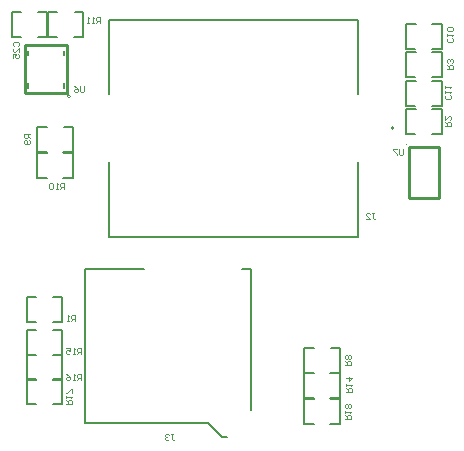
<source format=gbo>
G04 Layer_Color=32896*
%FSLAX25Y25*%
%MOIN*%
G70*
G01*
G75*
%ADD28C,0.00600*%
%ADD29C,0.01000*%
%ADD49C,0.00394*%
%ADD50C,0.00787*%
%ADD51C,0.00500*%
%ADD52C,0.00300*%
D28*
X128300Y110000D02*
G03*
X128300Y110000I-300J0D01*
G01*
X9756Y148634D02*
X12905D01*
X9756Y140366D02*
X12905D01*
X1094D02*
X4047D01*
X1094Y148634D02*
X4244D01*
X12905Y140366D02*
Y148634D01*
X1094Y140366D02*
Y148634D01*
X110406Y11366D02*
Y19634D01*
X98594Y11366D02*
Y19634D01*
X107256Y11366D02*
X110406D01*
X107453Y19634D02*
X110406D01*
X98594D02*
X101744D01*
X98594Y11366D02*
X101744D01*
X6095Y17866D02*
Y26134D01*
X17906Y17866D02*
Y26134D01*
X6095D02*
X9244D01*
X6095Y17866D02*
X9047D01*
X14756D02*
X17906D01*
X14756Y26134D02*
X17906D01*
X6095Y25866D02*
Y34134D01*
X17906Y25866D02*
Y34134D01*
X6095D02*
X9244D01*
X6095Y25866D02*
X9047D01*
X14756D02*
X17906D01*
X14756Y34134D02*
X17906D01*
X6095Y34366D02*
Y42634D01*
X17906Y34366D02*
Y42634D01*
X6095D02*
X9244D01*
X6095Y34366D02*
X9047D01*
X14756D02*
X17906D01*
X14756Y42634D02*
X17906D01*
X110406Y19866D02*
Y28134D01*
X98594Y19866D02*
Y28134D01*
X107256Y19866D02*
X110406D01*
X107453Y28134D02*
X110406D01*
X98594D02*
X101744D01*
X98594Y19866D02*
X101744D01*
X24905Y140366D02*
Y148634D01*
X13094Y140366D02*
Y148634D01*
X21756Y140366D02*
X24905D01*
X21953Y148634D02*
X24905D01*
X13094D02*
X16244D01*
X13094Y140366D02*
X16244D01*
X21406Y93366D02*
Y101634D01*
X9595Y93366D02*
Y101634D01*
X18256Y93366D02*
X21406D01*
X18453Y101634D02*
X21406D01*
X9595D02*
X12744D01*
X9595Y93366D02*
X12744D01*
X21406Y101866D02*
Y110134D01*
X9595Y101866D02*
Y110134D01*
X18256Y101866D02*
X21406D01*
X18453Y110134D02*
X21406D01*
X9595D02*
X12744D01*
X9595Y101866D02*
X12744D01*
X110406Y28366D02*
Y36634D01*
X98594Y28366D02*
Y36634D01*
X107256Y28366D02*
X110406D01*
X107453Y36634D02*
X110406D01*
X98594D02*
X101744D01*
X98594Y28366D02*
X101744D01*
X132595Y126866D02*
Y135134D01*
X144405Y126866D02*
Y135134D01*
X132595D02*
X135744D01*
X132595Y126866D02*
X135547D01*
X141256D02*
X144405D01*
X141256Y135134D02*
X144405D01*
X132595Y107866D02*
Y116134D01*
X144405Y107866D02*
Y116134D01*
X132595D02*
X135744D01*
X132595Y107866D02*
X135547D01*
X141256D02*
X144405D01*
X141256Y116134D02*
X144405D01*
X6095Y45366D02*
Y53634D01*
X17906Y45366D02*
Y53634D01*
X6095D02*
X9244D01*
X6095Y45366D02*
X9047D01*
X14756D02*
X17906D01*
X14756Y53634D02*
X17906D01*
X33500Y121310D02*
Y146000D01*
X116500Y73500D02*
Y98690D01*
Y121310D02*
Y146000D01*
X33500D02*
X116500D01*
X33500Y73500D02*
Y98690D01*
Y73500D02*
X116500D01*
X141256Y125634D02*
X144405D01*
X141256Y117366D02*
X144405D01*
X132595D02*
X135547D01*
X132595Y125634D02*
X135744D01*
X144405Y117366D02*
Y125634D01*
X132595Y117366D02*
Y125634D01*
X141256Y144634D02*
X144405D01*
X141256Y136366D02*
X144405D01*
X132595D02*
X135547D01*
X132595Y144634D02*
X135744D01*
X144405Y136366D02*
Y144634D01*
X132595Y136366D02*
Y144634D01*
D29*
X133500Y103500D02*
X143500D01*
X133500Y86500D02*
Y103500D01*
Y86500D02*
X143500D01*
Y103500D01*
X5500Y121500D02*
X19500D01*
X5500D02*
Y137500D01*
X19500D01*
Y121500D02*
Y137500D01*
D49*
X132697Y104500D02*
G03*
X132697Y104500I-197J0D01*
G01*
X20512Y120500D02*
G03*
X20512Y120500I-512J0D01*
G01*
D50*
X6398Y134126D02*
Y135602D01*
Y123398D02*
Y124874D01*
X18602Y134126D02*
Y135602D01*
Y123398D02*
Y124874D01*
X6398Y135602D02*
X6496D01*
X18504D02*
X18602D01*
X6398Y123398D02*
X6496D01*
X18504D02*
X18602D01*
D51*
X80705Y15813D02*
Y62913D01*
X77752D02*
X80705D01*
X25587D02*
X45272D01*
X25587Y11732D02*
Y62913D01*
X71205Y6813D02*
X72805D01*
X69805Y8213D02*
X71205Y6813D01*
X66286Y11732D02*
X69805Y8213D01*
X25587Y11732D02*
X66286D01*
D52*
X1834Y137167D02*
X1501Y137500D01*
Y138167D01*
X1834Y138500D01*
X3167D01*
X3500Y138167D01*
Y137500D01*
X3167Y137167D01*
X3500Y135168D02*
Y136501D01*
X2167Y135168D01*
X1834D01*
X1501Y135501D01*
Y136167D01*
X1834Y136501D01*
X1501Y133168D02*
Y134501D01*
X2500D01*
X2167Y133835D01*
Y133502D01*
X2500Y133168D01*
X3167D01*
X3500Y133502D01*
Y134168D01*
X3167Y134501D01*
X54167Y7999D02*
X54834D01*
X54500D01*
Y6333D01*
X54834Y6000D01*
X55167D01*
X55500Y6333D01*
X53501Y7666D02*
X53167Y7999D01*
X52501D01*
X52168Y7666D01*
Y7333D01*
X52501Y7000D01*
X52834D01*
X52501D01*
X52168Y6667D01*
Y6333D01*
X52501Y6000D01*
X53167D01*
X53501Y6333D01*
X131500Y102999D02*
Y101333D01*
X131167Y101000D01*
X130500D01*
X130167Y101333D01*
Y102999D01*
X129501D02*
X128168D01*
Y102666D01*
X129501Y101333D01*
Y101000D01*
X25000Y123999D02*
Y122333D01*
X24667Y122000D01*
X24000D01*
X23667Y122333D01*
Y123999D01*
X21668D02*
X22334Y123666D01*
X23001Y123000D01*
Y122333D01*
X22667Y122000D01*
X22001D01*
X21668Y122333D01*
Y122667D01*
X22001Y123000D01*
X23001D01*
X112000Y13000D02*
X113999D01*
Y14000D01*
X113666Y14333D01*
X113000D01*
X112666Y14000D01*
Y13000D01*
Y13667D02*
X112000Y14333D01*
Y14999D02*
Y15666D01*
Y15333D01*
X113999D01*
X113666Y14999D01*
Y16666D02*
X113999Y16999D01*
Y17665D01*
X113666Y17998D01*
X113333D01*
X113000Y17665D01*
X112666Y17998D01*
X112333D01*
X112000Y17665D01*
Y16999D01*
X112333Y16666D01*
X112666D01*
X113000Y16999D01*
X113333Y16666D01*
X113666D01*
X113000Y16999D02*
Y17665D01*
X19000Y18000D02*
X20999D01*
Y19000D01*
X20666Y19333D01*
X20000D01*
X19667Y19000D01*
Y18000D01*
Y18666D02*
X19000Y19333D01*
Y19999D02*
Y20666D01*
Y20333D01*
X20999D01*
X20666Y19999D01*
X20999Y21666D02*
Y22998D01*
X20666D01*
X19333Y21666D01*
X19000D01*
X24000Y26000D02*
Y27999D01*
X23000D01*
X22667Y27666D01*
Y27000D01*
X23000Y26666D01*
X24000D01*
X23334D02*
X22667Y26000D01*
X22001D02*
X21334D01*
X21667D01*
Y27999D01*
X22001Y27666D01*
X19002Y27999D02*
X19668Y27666D01*
X20335Y27000D01*
Y26333D01*
X20001Y26000D01*
X19335D01*
X19002Y26333D01*
Y26666D01*
X19335Y27000D01*
X20335D01*
X24000Y34500D02*
Y36499D01*
X23000D01*
X22667Y36166D01*
Y35500D01*
X23000Y35166D01*
X24000D01*
X23334D02*
X22667Y34500D01*
X22001D02*
X21334D01*
X21667D01*
Y36499D01*
X22001Y36166D01*
X19002Y36499D02*
X20335D01*
Y35500D01*
X19668Y35833D01*
X19335D01*
X19002Y35500D01*
Y34833D01*
X19335Y34500D01*
X20001D01*
X20335Y34833D01*
X112500Y22000D02*
X114499D01*
Y23000D01*
X114166Y23333D01*
X113500D01*
X113166Y23000D01*
Y22000D01*
Y22667D02*
X112500Y23333D01*
Y23999D02*
Y24666D01*
Y24333D01*
X114499D01*
X114166Y23999D01*
X112500Y26665D02*
X114499D01*
X113500Y25666D01*
Y26998D01*
X30500Y145000D02*
Y146999D01*
X29500D01*
X29167Y146666D01*
Y146000D01*
X29500Y145667D01*
X30500D01*
X29834D02*
X29167Y145000D01*
X28501D02*
X27834D01*
X28167D01*
Y146999D01*
X28501Y146666D01*
X26834Y145000D02*
X26168D01*
X26501D01*
Y146999D01*
X26834Y146666D01*
X18500Y89500D02*
Y91499D01*
X17500D01*
X17167Y91166D01*
Y90500D01*
X17500Y90166D01*
X18500D01*
X17833D02*
X17167Y89500D01*
X16501D02*
X15834D01*
X16167D01*
Y91499D01*
X16501Y91166D01*
X14834D02*
X14501Y91499D01*
X13835D01*
X13502Y91166D01*
Y89833D01*
X13835Y89500D01*
X14501D01*
X14834Y89833D01*
Y91166D01*
X7000Y108000D02*
X5001D01*
Y107000D01*
X5334Y106667D01*
X6000D01*
X6334Y107000D01*
Y108000D01*
Y107334D02*
X7000Y106667D01*
X6667Y106001D02*
X7000Y105667D01*
Y105001D01*
X6667Y104668D01*
X5334D01*
X5001Y105001D01*
Y105667D01*
X5334Y106001D01*
X5667D01*
X6000Y105667D01*
Y104668D01*
X112000Y31000D02*
X113999D01*
Y32000D01*
X113666Y32333D01*
X113000D01*
X112666Y32000D01*
Y31000D01*
Y31666D02*
X112000Y32333D01*
X113666Y32999D02*
X113999Y33333D01*
Y33999D01*
X113666Y34332D01*
X113333D01*
X113000Y33999D01*
X112666Y34332D01*
X112333D01*
X112000Y33999D01*
Y33333D01*
X112333Y32999D01*
X112666D01*
X113000Y33333D01*
X113333Y32999D01*
X113666D01*
X113000Y33333D02*
Y33999D01*
X146000Y129500D02*
X147999D01*
Y130500D01*
X147666Y130833D01*
X147000D01*
X146667Y130500D01*
Y129500D01*
Y130166D02*
X146000Y130833D01*
X147666Y131499D02*
X147999Y131833D01*
Y132499D01*
X147666Y132832D01*
X147333D01*
X147000Y132499D01*
Y132166D01*
Y132499D01*
X146667Y132832D01*
X146333D01*
X146000Y132499D01*
Y131833D01*
X146333Y131499D01*
X145500Y110500D02*
X147499D01*
Y111500D01*
X147166Y111833D01*
X146500D01*
X146167Y111500D01*
Y110500D01*
Y111167D02*
X145500Y111833D01*
Y113832D02*
Y112499D01*
X146833Y113832D01*
X147166D01*
X147499Y113499D01*
Y112833D01*
X147166Y112499D01*
X22250Y45500D02*
Y47499D01*
X21250D01*
X20917Y47166D01*
Y46500D01*
X21250Y46166D01*
X22250D01*
X21584D02*
X20917Y45500D01*
X20251D02*
X19584D01*
X19917D01*
Y47499D01*
X20251Y47166D01*
X121167Y81499D02*
X121834D01*
X121500D01*
Y79833D01*
X121834Y79500D01*
X122167D01*
X122500Y79833D01*
X119168Y79500D02*
X120501D01*
X119168Y80833D01*
Y81166D01*
X119501Y81499D01*
X120167D01*
X120501Y81166D01*
X147166Y120833D02*
X147499Y120500D01*
Y119833D01*
X147166Y119500D01*
X145833D01*
X145500Y119833D01*
Y120500D01*
X145833Y120833D01*
X145500Y121499D02*
Y122166D01*
Y121833D01*
X147499D01*
X147166Y121499D01*
X145500Y123166D02*
Y123832D01*
Y123499D01*
X147499D01*
X147166Y123166D01*
X147666Y139833D02*
X147999Y139500D01*
Y138833D01*
X147666Y138500D01*
X146333D01*
X146000Y138833D01*
Y139500D01*
X146333Y139833D01*
X146000Y140499D02*
Y141166D01*
Y140833D01*
X147999D01*
X147666Y140499D01*
Y142166D02*
X147999Y142499D01*
Y143165D01*
X147666Y143498D01*
X146333D01*
X146000Y143165D01*
Y142499D01*
X146333Y142166D01*
X147666D01*
M02*

</source>
